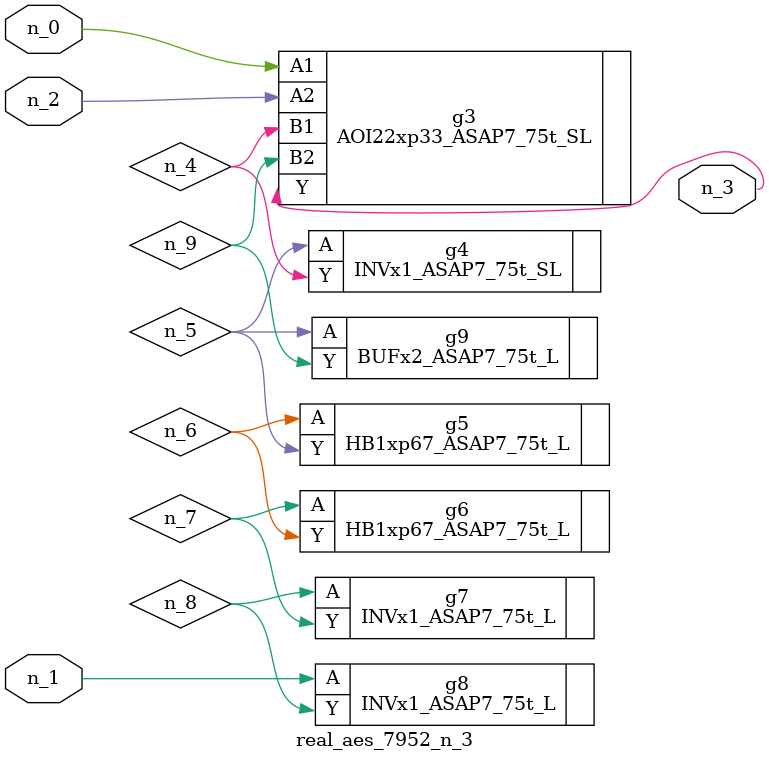
<source format=v>
module real_aes_7952_n_3 (n_0, n_2, n_1, n_3);
input n_0;
input n_2;
input n_1;
output n_3;
wire n_4;
wire n_5;
wire n_7;
wire n_9;
wire n_6;
wire n_8;
AOI22xp33_ASAP7_75t_SL g3 ( .A1(n_0), .A2(n_2), .B1(n_4), .B2(n_9), .Y(n_3) );
INVx1_ASAP7_75t_L g8 ( .A(n_1), .Y(n_8) );
INVx1_ASAP7_75t_SL g4 ( .A(n_5), .Y(n_4) );
BUFx2_ASAP7_75t_L g9 ( .A(n_5), .Y(n_9) );
HB1xp67_ASAP7_75t_L g5 ( .A(n_6), .Y(n_5) );
HB1xp67_ASAP7_75t_L g6 ( .A(n_7), .Y(n_6) );
INVx1_ASAP7_75t_L g7 ( .A(n_8), .Y(n_7) );
endmodule
</source>
